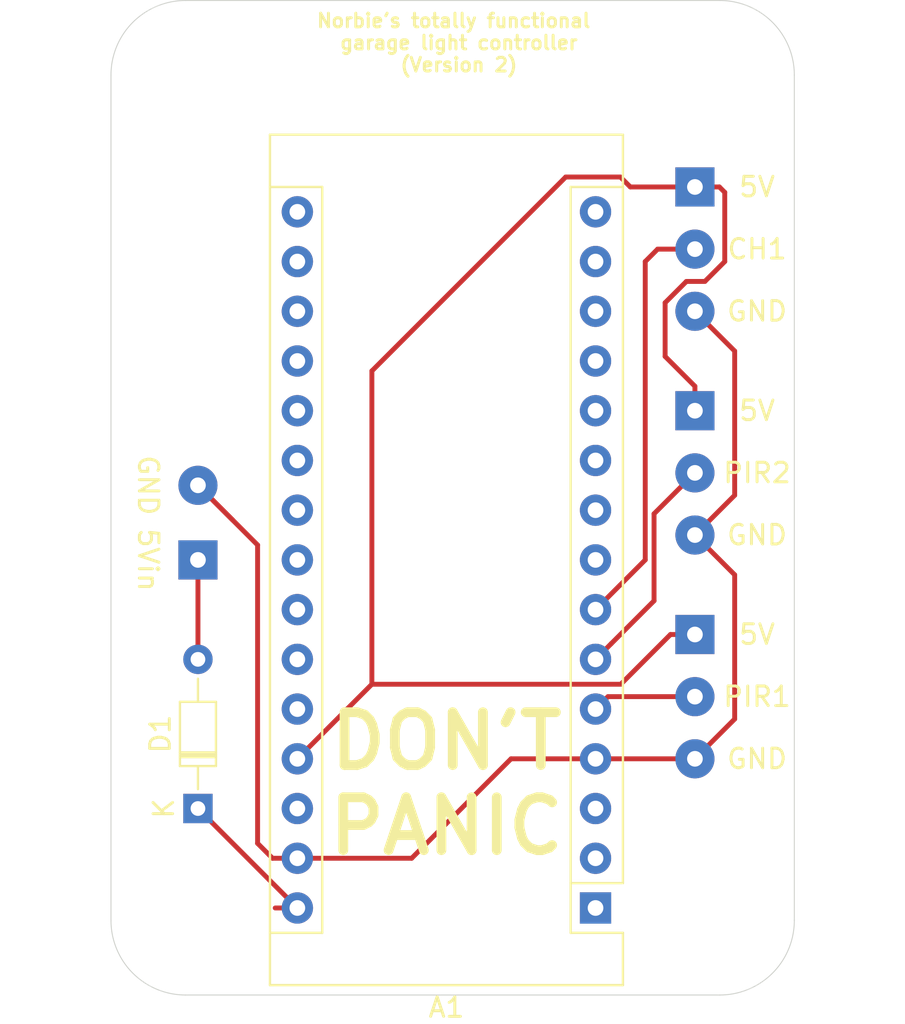
<source format=kicad_pcb>
(kicad_pcb (version 20171130) (host pcbnew "(5.1.2)-2")

  (general
    (thickness 1.6)
    (drawings 21)
    (tracks 46)
    (zones 0)
    (modules 10)
    (nets 8)
  )

  (page A4)
  (layers
    (0 F.Cu signal)
    (31 B.Cu signal)
    (32 B.Adhes user)
    (33 F.Adhes user)
    (34 B.Paste user)
    (35 F.Paste user)
    (36 B.SilkS user)
    (37 F.SilkS user)
    (38 B.Mask user)
    (39 F.Mask user)
    (40 Dwgs.User user)
    (41 Cmts.User user)
    (42 Eco1.User user)
    (43 Eco2.User user)
    (44 Edge.Cuts user)
    (45 Margin user)
    (46 B.CrtYd user)
    (47 F.CrtYd user)
    (48 B.Fab user)
    (49 F.Fab user)
  )

  (setup
    (last_trace_width 0.25)
    (trace_clearance 0.2)
    (zone_clearance 0.508)
    (zone_45_only no)
    (trace_min 0.2)
    (via_size 0.8)
    (via_drill 0.4)
    (via_min_size 0.4)
    (via_min_drill 0.3)
    (uvia_size 0.3)
    (uvia_drill 0.1)
    (uvias_allowed no)
    (uvia_min_size 0.2)
    (uvia_min_drill 0.1)
    (edge_width 0.05)
    (segment_width 0.2)
    (pcb_text_width 0.3)
    (pcb_text_size 1.5 1.5)
    (mod_edge_width 0.12)
    (mod_text_size 1 1)
    (mod_text_width 0.15)
    (pad_size 1.524 1.524)
    (pad_drill 0.762)
    (pad_to_mask_clearance 0.051)
    (solder_mask_min_width 0.25)
    (aux_axis_origin 0 0)
    (visible_elements 7FFFFFFF)
    (pcbplotparams
      (layerselection 0x010f0_ffffffff)
      (usegerberextensions false)
      (usegerberattributes false)
      (usegerberadvancedattributes false)
      (creategerberjobfile false)
      (excludeedgelayer true)
      (linewidth 0.100000)
      (plotframeref false)
      (viasonmask false)
      (mode 1)
      (useauxorigin false)
      (hpglpennumber 1)
      (hpglpenspeed 20)
      (hpglpendiameter 15.000000)
      (psnegative false)
      (psa4output false)
      (plotreference false)
      (plotvalue false)
      (plotinvisibletext false)
      (padsonsilk false)
      (subtractmaskfromsilk false)
      (outputformat 1)
      (mirror false)
      (drillshape 0)
      (scaleselection 1)
      (outputdirectory "gerbers/"))
  )

  (net 0 "")
  (net 1 "Net-(A1-Pad30)")
  (net 2 GND)
  (net 3 +5V)
  (net 4 "Net-(A1-Pad7)")
  (net 5 "Net-(A1-Pad6)")
  (net 6 "Net-(A1-Pad5)")
  (net 7 "Net-(D1-Pad2)")

  (net_class Default "This is the default net class."
    (clearance 0.2)
    (trace_width 0.25)
    (via_dia 0.8)
    (via_drill 0.4)
    (uvia_dia 0.3)
    (uvia_drill 0.1)
    (add_net +5V)
    (add_net GND)
    (add_net "Net-(A1-Pad30)")
    (add_net "Net-(A1-Pad5)")
    (add_net "Net-(A1-Pad6)")
    (add_net "Net-(A1-Pad7)")
    (add_net "Net-(D1-Pad2)")
  )

  (module MountingHole:MountingHole_3.2mm_M3 (layer F.Cu) (tedit 56D1B4CB) (tstamp 5E4FF185)
    (at 123.825 94.615)
    (descr "Mounting Hole 3.2mm, no annular, M3")
    (tags "mounting hole 3.2mm no annular m3")
    (attr virtual)
    (fp_text reference REF** (at 0 -4.2) (layer F.SilkS) hide
      (effects (font (size 1 1) (thickness 0.15)))
    )
    (fp_text value MountingHole_3.2mm_M3 (at 0 4.2) (layer F.Fab)
      (effects (font (size 1 1) (thickness 0.15)))
    )
    (fp_text user %R (at 0.3 0) (layer F.Fab)
      (effects (font (size 1 1) (thickness 0.15)))
    )
    (fp_circle (center 0 0) (end 3.2 0) (layer Cmts.User) (width 0.15))
    (fp_circle (center 0 0) (end 3.45 0) (layer F.CrtYd) (width 0.05))
    (pad 1 np_thru_hole circle (at 0 0) (size 3.2 3.2) (drill 3.2) (layers *.Cu *.Mask))
  )

  (module MountingHole:MountingHole_3.2mm_M3 (layer F.Cu) (tedit 56D1B4CB) (tstamp 5E4FF17E)
    (at 123.825 137.795)
    (descr "Mounting Hole 3.2mm, no annular, M3")
    (tags "mounting hole 3.2mm no annular m3")
    (attr virtual)
    (fp_text reference REF** (at 0 -4.2) (layer F.SilkS) hide
      (effects (font (size 1 1) (thickness 0.15)))
    )
    (fp_text value MountingHole_3.2mm_M3 (at 0 4.2) (layer F.Fab)
      (effects (font (size 1 1) (thickness 0.15)))
    )
    (fp_text user %R (at 0.3 0) (layer F.Fab)
      (effects (font (size 1 1) (thickness 0.15)))
    )
    (fp_circle (center 0 0) (end 3.2 0) (layer Cmts.User) (width 0.15))
    (fp_circle (center 0 0) (end 3.45 0) (layer F.CrtYd) (width 0.05))
    (pad 1 np_thru_hole circle (at 0 0) (size 3.2 3.2) (drill 3.2) (layers *.Cu *.Mask))
  )

  (module MountingHole:MountingHole_3.2mm_M3 (layer F.Cu) (tedit 56D1B4CB) (tstamp 5E4FF0E3)
    (at 151.13 94.615)
    (descr "Mounting Hole 3.2mm, no annular, M3")
    (tags "mounting hole 3.2mm no annular m3")
    (attr virtual)
    (fp_text reference REF** (at 0 -4.2) (layer F.SilkS) hide
      (effects (font (size 1 1) (thickness 0.15)))
    )
    (fp_text value MountingHole_3.2mm_M3 (at 0 4.2) (layer F.Fab)
      (effects (font (size 1 1) (thickness 0.15)))
    )
    (fp_circle (center 0 0) (end 3.45 0) (layer F.CrtYd) (width 0.05))
    (fp_circle (center 0 0) (end 3.2 0) (layer Cmts.User) (width 0.15))
    (fp_text user %R (at 0.3 0) (layer F.Fab)
      (effects (font (size 1 1) (thickness 0.15)))
    )
    (pad 1 np_thru_hole circle (at 0 0) (size 3.2 3.2) (drill 3.2) (layers *.Cu *.Mask))
  )

  (module MountingHole:MountingHole_3.2mm_M3 (layer F.Cu) (tedit 56D1B4CB) (tstamp 5E4FF0BF)
    (at 151.13 137.795)
    (descr "Mounting Hole 3.2mm, no annular, M3")
    (tags "mounting hole 3.2mm no annular m3")
    (attr virtual)
    (fp_text reference REF** (at 0 -4.2) (layer F.SilkS) hide
      (effects (font (size 1 1) (thickness 0.15)))
    )
    (fp_text value MountingHole_3.2mm_M3 (at 0 4.2) (layer F.Fab)
      (effects (font (size 1 1) (thickness 0.15)))
    )
    (fp_circle (center 0 0) (end 3.45 0) (layer F.CrtYd) (width 0.05))
    (fp_circle (center 0 0) (end 3.2 0) (layer Cmts.User) (width 0.15))
    (fp_text user %R (at 0.3 0) (layer F.Fab)
      (effects (font (size 1 1) (thickness 0.15)))
    )
    (pad 1 np_thru_hole circle (at 0 0) (size 3.2 3.2) (drill 3.2) (layers *.Cu *.Mask))
  )

  (module Connector_Wire:SolderWirePad_1x03_P3.175mm_Drill0.8mm (layer F.Cu) (tedit 5AEE57A0) (tstamp 5E4FE80D)
    (at 149.86 100.33 270)
    (descr "Wire solder connection")
    (tags connector)
    (path /5E4FA931)
    (attr virtual)
    (fp_text reference J4 (at 7.62 2.54 90) (layer F.SilkS) hide
      (effects (font (size 1 1) (thickness 0.15)))
    )
    (fp_text value SSR (at 3.175 2.54 90) (layer F.Fab)
      (effects (font (size 1 1) (thickness 0.15)))
    )
    (fp_line (start 7.85 1.5) (end -1.49 1.5) (layer F.CrtYd) (width 0.05))
    (fp_line (start 7.85 1.5) (end 7.85 -1.5) (layer F.CrtYd) (width 0.05))
    (fp_line (start -1.49 -1.5) (end -1.49 1.5) (layer F.CrtYd) (width 0.05))
    (fp_line (start -1.49 -1.5) (end 7.85 -1.5) (layer F.CrtYd) (width 0.05))
    (fp_text user %R (at 3.175 0 90) (layer F.Fab)
      (effects (font (size 1 1) (thickness 0.15)))
    )
    (pad 3 thru_hole circle (at 6.35 0 270) (size 1.99898 1.99898) (drill 0.8001) (layers *.Cu *.Mask)
      (net 2 GND))
    (pad 2 thru_hole circle (at 3.175 0 270) (size 1.99898 1.99898) (drill 0.8001) (layers *.Cu *.Mask)
      (net 4 "Net-(A1-Pad7)"))
    (pad 1 thru_hole rect (at 0 0 270) (size 1.99898 1.99898) (drill 0.8001) (layers *.Cu *.Mask)
      (net 3 +5V))
  )

  (module Connector_Wire:SolderWirePad_1x03_P3.175mm_Drill0.8mm (layer F.Cu) (tedit 5AEE57A0) (tstamp 5E4FE801)
    (at 149.86 111.76 270)
    (descr "Wire solder connection")
    (tags connector)
    (path /5E4FA684)
    (attr virtual)
    (fp_text reference J3 (at 6.985 2.54 90) (layer F.SilkS) hide
      (effects (font (size 1 1) (thickness 0.15)))
    )
    (fp_text value PIR2 (at 3.175 2.54 90) (layer F.Fab)
      (effects (font (size 1 1) (thickness 0.15)))
    )
    (fp_line (start 7.85 1.5) (end -1.49 1.5) (layer F.CrtYd) (width 0.05))
    (fp_line (start 7.85 1.5) (end 7.85 -1.5) (layer F.CrtYd) (width 0.05))
    (fp_line (start -1.49 -1.5) (end -1.49 1.5) (layer F.CrtYd) (width 0.05))
    (fp_line (start -1.49 -1.5) (end 7.85 -1.5) (layer F.CrtYd) (width 0.05))
    (fp_text user %R (at 3.175 0 90) (layer F.Fab)
      (effects (font (size 1 1) (thickness 0.15)))
    )
    (pad 3 thru_hole circle (at 6.35 0 270) (size 1.99898 1.99898) (drill 0.8001) (layers *.Cu *.Mask)
      (net 2 GND))
    (pad 2 thru_hole circle (at 3.175 0 270) (size 1.99898 1.99898) (drill 0.8001) (layers *.Cu *.Mask)
      (net 5 "Net-(A1-Pad6)"))
    (pad 1 thru_hole rect (at 0 0 270) (size 1.99898 1.99898) (drill 0.8001) (layers *.Cu *.Mask)
      (net 3 +5V))
  )

  (module Connector_Wire:SolderWirePad_1x03_P3.175mm_Drill0.8mm (layer F.Cu) (tedit 5AEE57A0) (tstamp 5E4FE7F5)
    (at 149.86 123.19 270)
    (descr "Wire solder connection")
    (tags connector)
    (path /5E4F9E57)
    (attr virtual)
    (fp_text reference J2 (at 7.62 2.54 90) (layer F.SilkS) hide
      (effects (font (size 1 1) (thickness 0.15)))
    )
    (fp_text value PIR1 (at 3.175 2.54 90) (layer F.Fab)
      (effects (font (size 1 1) (thickness 0.15)))
    )
    (fp_line (start 7.85 1.5) (end -1.49 1.5) (layer F.CrtYd) (width 0.05))
    (fp_line (start 7.85 1.5) (end 7.85 -1.5) (layer F.CrtYd) (width 0.05))
    (fp_line (start -1.49 -1.5) (end -1.49 1.5) (layer F.CrtYd) (width 0.05))
    (fp_line (start -1.49 -1.5) (end 7.85 -1.5) (layer F.CrtYd) (width 0.05))
    (fp_text user %R (at 3.175 0 90) (layer F.Fab)
      (effects (font (size 1 1) (thickness 0.15)))
    )
    (pad 3 thru_hole circle (at 6.35 0 270) (size 1.99898 1.99898) (drill 0.8001) (layers *.Cu *.Mask)
      (net 2 GND))
    (pad 2 thru_hole circle (at 3.175 0 270) (size 1.99898 1.99898) (drill 0.8001) (layers *.Cu *.Mask)
      (net 6 "Net-(A1-Pad5)"))
    (pad 1 thru_hole rect (at 0 0 270) (size 1.99898 1.99898) (drill 0.8001) (layers *.Cu *.Mask)
      (net 3 +5V))
  )

  (module Connector_Wire:SolderWirePad_1x02_P3.81mm_Drill0.8mm (layer F.Cu) (tedit 5AEE54BF) (tstamp 5E4FE7E9)
    (at 124.46 119.38 90)
    (descr "Wire solder connection")
    (tags connector)
    (path /5E50A073)
    (attr virtual)
    (fp_text reference J1 (at 6.985 0.635 90) (layer F.SilkS) hide
      (effects (font (size 1 1) (thickness 0.15)))
    )
    (fp_text value Screw_Terminal_01x02 (at 1.905 2.54 90) (layer F.Fab)
      (effects (font (size 1 1) (thickness 0.15)))
    )
    (fp_line (start 5.31 1.5) (end -1.49 1.5) (layer F.CrtYd) (width 0.05))
    (fp_line (start 5.31 1.5) (end 5.31 -1.5) (layer F.CrtYd) (width 0.05))
    (fp_line (start -1.49 -1.5) (end -1.49 1.5) (layer F.CrtYd) (width 0.05))
    (fp_line (start -1.49 -1.5) (end 5.31 -1.5) (layer F.CrtYd) (width 0.05))
    (fp_text user %R (at 1.905 0 90) (layer F.Fab)
      (effects (font (size 1 1) (thickness 0.15)))
    )
    (pad 2 thru_hole circle (at 3.81 0 90) (size 1.99898 1.99898) (drill 0.8001) (layers *.Cu *.Mask)
      (net 2 GND))
    (pad 1 thru_hole rect (at 0 0 90) (size 1.99898 1.99898) (drill 0.8001) (layers *.Cu *.Mask)
      (net 7 "Net-(D1-Pad2)"))
  )

  (module Diode_THT:D_DO-34_SOD68_P7.62mm_Horizontal (layer F.Cu) (tedit 5AE50CD5) (tstamp 5E4FF1DD)
    (at 124.46 132.08 90)
    (descr "Diode, DO-34_SOD68 series, Axial, Horizontal, pin pitch=7.62mm, , length*diameter=3.04*1.6mm^2, , https://www.nxp.com/docs/en/data-sheet/KTY83_SER.pdf")
    (tags "Diode DO-34_SOD68 series Axial Horizontal pin pitch 7.62mm  length 3.04mm diameter 1.6mm")
    (path /5E50B0DF)
    (fp_text reference D1 (at 3.81 -1.92 90) (layer F.SilkS)
      (effects (font (size 1 1) (thickness 0.15)))
    )
    (fp_text value D (at 3.81 1.92 90) (layer F.Fab)
      (effects (font (size 1 1) (thickness 0.15)))
    )
    (fp_text user K (at 0 -1.75 90) (layer F.SilkS)
      (effects (font (size 1 1) (thickness 0.15)))
    )
    (fp_text user K (at 0 -1.75 90) (layer F.Fab)
      (effects (font (size 1 1) (thickness 0.15)))
    )
    (fp_text user %R (at 4.038 0 90) (layer F.Fab)
      (effects (font (size 0.608 0.608) (thickness 0.0912)))
    )
    (fp_line (start 8.63 -1.05) (end -1 -1.05) (layer F.CrtYd) (width 0.05))
    (fp_line (start 8.63 1.05) (end 8.63 -1.05) (layer F.CrtYd) (width 0.05))
    (fp_line (start -1 1.05) (end 8.63 1.05) (layer F.CrtYd) (width 0.05))
    (fp_line (start -1 -1.05) (end -1 1.05) (layer F.CrtYd) (width 0.05))
    (fp_line (start 2.626 -0.92) (end 2.626 0.92) (layer F.SilkS) (width 0.12))
    (fp_line (start 2.866 -0.92) (end 2.866 0.92) (layer F.SilkS) (width 0.12))
    (fp_line (start 2.746 -0.92) (end 2.746 0.92) (layer F.SilkS) (width 0.12))
    (fp_line (start 6.63 0) (end 5.45 0) (layer F.SilkS) (width 0.12))
    (fp_line (start 0.99 0) (end 2.17 0) (layer F.SilkS) (width 0.12))
    (fp_line (start 5.45 -0.92) (end 2.17 -0.92) (layer F.SilkS) (width 0.12))
    (fp_line (start 5.45 0.92) (end 5.45 -0.92) (layer F.SilkS) (width 0.12))
    (fp_line (start 2.17 0.92) (end 5.45 0.92) (layer F.SilkS) (width 0.12))
    (fp_line (start 2.17 -0.92) (end 2.17 0.92) (layer F.SilkS) (width 0.12))
    (fp_line (start 2.646 -0.8) (end 2.646 0.8) (layer F.Fab) (width 0.1))
    (fp_line (start 2.846 -0.8) (end 2.846 0.8) (layer F.Fab) (width 0.1))
    (fp_line (start 2.746 -0.8) (end 2.746 0.8) (layer F.Fab) (width 0.1))
    (fp_line (start 7.62 0) (end 5.33 0) (layer F.Fab) (width 0.1))
    (fp_line (start 0 0) (end 2.29 0) (layer F.Fab) (width 0.1))
    (fp_line (start 5.33 -0.8) (end 2.29 -0.8) (layer F.Fab) (width 0.1))
    (fp_line (start 5.33 0.8) (end 5.33 -0.8) (layer F.Fab) (width 0.1))
    (fp_line (start 2.29 0.8) (end 5.33 0.8) (layer F.Fab) (width 0.1))
    (fp_line (start 2.29 -0.8) (end 2.29 0.8) (layer F.Fab) (width 0.1))
    (pad 2 thru_hole oval (at 7.62 0 90) (size 1.5 1.5) (drill 0.75) (layers *.Cu *.Mask)
      (net 7 "Net-(D1-Pad2)"))
    (pad 1 thru_hole rect (at 0 0 90) (size 1.5 1.5) (drill 0.75) (layers *.Cu *.Mask)
      (net 1 "Net-(A1-Pad30)"))
    (model ${KISYS3DMOD}/Diode_THT.3dshapes/D_DO-34_SOD68_P7.62mm_Horizontal.wrl
      (at (xyz 0 0 0))
      (scale (xyz 1 1 1))
      (rotate (xyz 0 0 0))
    )
  )

  (module Module:Arduino_Nano (layer F.Cu) (tedit 58ACAF70) (tstamp 5E4FE7BF)
    (at 144.78 137.16 180)
    (descr "Arduino Nano, http://www.mouser.com/pdfdocs/Gravitech_Arduino_Nano3_0.pdf")
    (tags "Arduino Nano")
    (path /5E4F948C)
    (fp_text reference A1 (at 7.62 -5.08) (layer F.SilkS)
      (effects (font (size 1 1) (thickness 0.15)))
    )
    (fp_text value Arduino_Nano_v3.x (at 8.89 19.05 90) (layer F.Fab)
      (effects (font (size 1 1) (thickness 0.15)))
    )
    (fp_line (start 16.75 42.16) (end -1.53 42.16) (layer F.CrtYd) (width 0.05))
    (fp_line (start 16.75 42.16) (end 16.75 -4.06) (layer F.CrtYd) (width 0.05))
    (fp_line (start -1.53 -4.06) (end -1.53 42.16) (layer F.CrtYd) (width 0.05))
    (fp_line (start -1.53 -4.06) (end 16.75 -4.06) (layer F.CrtYd) (width 0.05))
    (fp_line (start 16.51 -3.81) (end 16.51 39.37) (layer F.Fab) (width 0.1))
    (fp_line (start 0 -3.81) (end 16.51 -3.81) (layer F.Fab) (width 0.1))
    (fp_line (start -1.27 -2.54) (end 0 -3.81) (layer F.Fab) (width 0.1))
    (fp_line (start -1.27 39.37) (end -1.27 -2.54) (layer F.Fab) (width 0.1))
    (fp_line (start 16.51 39.37) (end -1.27 39.37) (layer F.Fab) (width 0.1))
    (fp_line (start 16.64 -3.94) (end -1.4 -3.94) (layer F.SilkS) (width 0.12))
    (fp_line (start 16.64 39.5) (end 16.64 -3.94) (layer F.SilkS) (width 0.12))
    (fp_line (start -1.4 39.5) (end 16.64 39.5) (layer F.SilkS) (width 0.12))
    (fp_line (start 3.81 41.91) (end 3.81 31.75) (layer F.Fab) (width 0.1))
    (fp_line (start 11.43 41.91) (end 3.81 41.91) (layer F.Fab) (width 0.1))
    (fp_line (start 11.43 31.75) (end 11.43 41.91) (layer F.Fab) (width 0.1))
    (fp_line (start 3.81 31.75) (end 11.43 31.75) (layer F.Fab) (width 0.1))
    (fp_line (start 1.27 36.83) (end -1.4 36.83) (layer F.SilkS) (width 0.12))
    (fp_line (start 1.27 1.27) (end 1.27 36.83) (layer F.SilkS) (width 0.12))
    (fp_line (start 1.27 1.27) (end -1.4 1.27) (layer F.SilkS) (width 0.12))
    (fp_line (start 13.97 36.83) (end 16.64 36.83) (layer F.SilkS) (width 0.12))
    (fp_line (start 13.97 -1.27) (end 13.97 36.83) (layer F.SilkS) (width 0.12))
    (fp_line (start 13.97 -1.27) (end 16.64 -1.27) (layer F.SilkS) (width 0.12))
    (fp_line (start -1.4 -3.94) (end -1.4 -1.27) (layer F.SilkS) (width 0.12))
    (fp_line (start -1.4 1.27) (end -1.4 39.5) (layer F.SilkS) (width 0.12))
    (fp_line (start 1.27 -1.27) (end -1.4 -1.27) (layer F.SilkS) (width 0.12))
    (fp_line (start 1.27 1.27) (end 1.27 -1.27) (layer F.SilkS) (width 0.12))
    (fp_text user %R (at 6.35 19.05 90) (layer F.Fab)
      (effects (font (size 1 1) (thickness 0.15)))
    )
    (pad 16 thru_hole oval (at 15.24 35.56 180) (size 1.6 1.6) (drill 0.8) (layers *.Cu *.Mask))
    (pad 15 thru_hole oval (at 0 35.56 180) (size 1.6 1.6) (drill 0.8) (layers *.Cu *.Mask))
    (pad 30 thru_hole oval (at 15.24 0 180) (size 1.6 1.6) (drill 0.8) (layers *.Cu *.Mask)
      (net 1 "Net-(A1-Pad30)"))
    (pad 14 thru_hole oval (at 0 33.02 180) (size 1.6 1.6) (drill 0.8) (layers *.Cu *.Mask))
    (pad 29 thru_hole oval (at 15.24 2.54 180) (size 1.6 1.6) (drill 0.8) (layers *.Cu *.Mask)
      (net 2 GND))
    (pad 13 thru_hole oval (at 0 30.48 180) (size 1.6 1.6) (drill 0.8) (layers *.Cu *.Mask))
    (pad 28 thru_hole oval (at 15.24 5.08 180) (size 1.6 1.6) (drill 0.8) (layers *.Cu *.Mask))
    (pad 12 thru_hole oval (at 0 27.94 180) (size 1.6 1.6) (drill 0.8) (layers *.Cu *.Mask))
    (pad 27 thru_hole oval (at 15.24 7.62 180) (size 1.6 1.6) (drill 0.8) (layers *.Cu *.Mask)
      (net 3 +5V))
    (pad 11 thru_hole oval (at 0 25.4 180) (size 1.6 1.6) (drill 0.8) (layers *.Cu *.Mask))
    (pad 26 thru_hole oval (at 15.24 10.16 180) (size 1.6 1.6) (drill 0.8) (layers *.Cu *.Mask))
    (pad 10 thru_hole oval (at 0 22.86 180) (size 1.6 1.6) (drill 0.8) (layers *.Cu *.Mask))
    (pad 25 thru_hole oval (at 15.24 12.7 180) (size 1.6 1.6) (drill 0.8) (layers *.Cu *.Mask))
    (pad 9 thru_hole oval (at 0 20.32 180) (size 1.6 1.6) (drill 0.8) (layers *.Cu *.Mask))
    (pad 24 thru_hole oval (at 15.24 15.24 180) (size 1.6 1.6) (drill 0.8) (layers *.Cu *.Mask))
    (pad 8 thru_hole oval (at 0 17.78 180) (size 1.6 1.6) (drill 0.8) (layers *.Cu *.Mask))
    (pad 23 thru_hole oval (at 15.24 17.78 180) (size 1.6 1.6) (drill 0.8) (layers *.Cu *.Mask))
    (pad 7 thru_hole oval (at 0 15.24 180) (size 1.6 1.6) (drill 0.8) (layers *.Cu *.Mask)
      (net 4 "Net-(A1-Pad7)"))
    (pad 22 thru_hole oval (at 15.24 20.32 180) (size 1.6 1.6) (drill 0.8) (layers *.Cu *.Mask))
    (pad 6 thru_hole oval (at 0 12.7 180) (size 1.6 1.6) (drill 0.8) (layers *.Cu *.Mask)
      (net 5 "Net-(A1-Pad6)"))
    (pad 21 thru_hole oval (at 15.24 22.86 180) (size 1.6 1.6) (drill 0.8) (layers *.Cu *.Mask))
    (pad 5 thru_hole oval (at 0 10.16 180) (size 1.6 1.6) (drill 0.8) (layers *.Cu *.Mask)
      (net 6 "Net-(A1-Pad5)"))
    (pad 20 thru_hole oval (at 15.24 25.4 180) (size 1.6 1.6) (drill 0.8) (layers *.Cu *.Mask))
    (pad 4 thru_hole oval (at 0 7.62 180) (size 1.6 1.6) (drill 0.8) (layers *.Cu *.Mask)
      (net 2 GND))
    (pad 19 thru_hole oval (at 15.24 27.94 180) (size 1.6 1.6) (drill 0.8) (layers *.Cu *.Mask))
    (pad 3 thru_hole oval (at 0 5.08 180) (size 1.6 1.6) (drill 0.8) (layers *.Cu *.Mask))
    (pad 18 thru_hole oval (at 15.24 30.48 180) (size 1.6 1.6) (drill 0.8) (layers *.Cu *.Mask))
    (pad 2 thru_hole oval (at 0 2.54 180) (size 1.6 1.6) (drill 0.8) (layers *.Cu *.Mask))
    (pad 17 thru_hole oval (at 15.24 33.02 180) (size 1.6 1.6) (drill 0.8) (layers *.Cu *.Mask))
    (pad 1 thru_hole rect (at 0 0 180) (size 1.6 1.6) (drill 0.8) (layers *.Cu *.Mask))
    (model ${KISYS3DMOD}/Module.3dshapes/Arduino_Nano_WithMountingHoles.wrl
      (at (xyz 0 0 0))
      (scale (xyz 1 1 1))
      (rotate (xyz 0 0 0))
    )
  )

  (gr_text "Norbie's totally functional \ngarage light controller\n(Version 2)" (at 137.795 92.964) (layer F.SilkS) (tstamp 5E4FF7FA)
    (effects (font (size 0.7 0.7) (thickness 0.15)))
  )
  (gr_text GND (at 121.92 115.57 270) (layer F.SilkS)
    (effects (font (size 1 1) (thickness 0.15)))
  )
  (gr_text 5Vin (at 121.92 119.38 270) (layer F.SilkS)
    (effects (font (size 1 1) (thickness 0.15)))
  )
  (gr_text "DON'T\nPANIC" (at 137.16 130.81) (layer F.SilkS)
    (effects (font (size 2.7 2.7) (thickness 0.5)))
  )
  (gr_text 5V (at 153.035 100.33) (layer F.SilkS) (tstamp 5E4FF2F2)
    (effects (font (size 1 1) (thickness 0.15)))
  )
  (gr_text GND (at 153.035 106.68) (layer F.SilkS) (tstamp 5E4FF2F1)
    (effects (font (size 1 1) (thickness 0.15)))
  )
  (gr_text CH1 (at 153.035 103.505) (layer F.SilkS) (tstamp 5E4FF2F0)
    (effects (font (size 1 1) (thickness 0.15)))
  )
  (gr_text 5V (at 153.035 111.76) (layer F.SilkS) (tstamp 5E4FF2F2)
    (effects (font (size 1 1) (thickness 0.15)))
  )
  (gr_text GND (at 153.035 118.11) (layer F.SilkS) (tstamp 5E4FF2F1)
    (effects (font (size 1 1) (thickness 0.15)))
  )
  (gr_text PIR2 (at 153.035 114.935) (layer F.SilkS) (tstamp 5E4FF2F0)
    (effects (font (size 1 1) (thickness 0.15)))
  )
  (gr_text PIR1 (at 153.035 126.365) (layer F.SilkS)
    (effects (font (size 1 1) (thickness 0.15)))
  )
  (gr_text GND (at 153.035 129.54) (layer F.SilkS)
    (effects (font (size 1 1) (thickness 0.15)))
  )
  (gr_text 5V (at 153.035 123.19) (layer F.SilkS)
    (effects (font (size 1 1) (thickness 0.15)))
  )
  (gr_line (start 123.825 90.805) (end 151.13 90.805) (layer Edge.Cuts) (width 0.05) (tstamp 5E4FF24D))
  (gr_line (start 120.015 137.795) (end 120.015 94.615) (layer Edge.Cuts) (width 0.05) (tstamp 5E4FF24C))
  (gr_line (start 151.13 141.605) (end 123.825 141.605) (layer Edge.Cuts) (width 0.05) (tstamp 5E4FF24B))
  (gr_line (start 154.94 94.615) (end 154.94 137.795) (layer Edge.Cuts) (width 0.05) (tstamp 5E4FF24A))
  (gr_arc (start 151.13 94.615) (end 154.94 94.615) (angle -90) (layer Edge.Cuts) (width 0.05))
  (gr_arc (start 123.825 94.615) (end 123.825 90.805) (angle -90) (layer Edge.Cuts) (width 0.05))
  (gr_arc (start 123.825 137.795) (end 120.015 137.795) (angle -90) (layer Edge.Cuts) (width 0.05))
  (gr_arc (start 151.13 137.795) (end 151.13 141.605) (angle -90) (layer Edge.Cuts) (width 0.05))

  (segment (start 129.54 137.16) (end 128.40863 137.16) (width 0.25) (layer F.Cu) (net 1))
  (segment (start 124.46 132.08) (end 129.54 137.16) (width 0.25) (layer F.Cu) (net 1))
  (segment (start 144.78 129.54) (end 149.86 129.54) (width 0.25) (layer F.Cu) (net 2))
  (segment (start 151.892 120.142) (end 149.86 118.11) (width 0.25) (layer F.Cu) (net 2))
  (segment (start 149.86 129.54) (end 151.892 127.508) (width 0.25) (layer F.Cu) (net 2))
  (segment (start 151.892 127.508) (end 151.892 120.142) (width 0.25) (layer F.Cu) (net 2))
  (segment (start 151.892 108.712) (end 149.86 106.68) (width 0.25) (layer F.Cu) (net 2))
  (segment (start 149.86 118.11) (end 151.892 116.078) (width 0.25) (layer F.Cu) (net 2))
  (segment (start 151.892 116.078) (end 151.892 108.712) (width 0.25) (layer F.Cu) (net 2))
  (segment (start 128.27 134.62) (end 129.54 134.62) (width 0.25) (layer F.Cu) (net 2))
  (segment (start 127.508 133.858) (end 128.27 134.62) (width 0.25) (layer F.Cu) (net 2))
  (segment (start 124.46 115.57) (end 126.238 117.348) (width 0.25) (layer F.Cu) (net 2))
  (segment (start 129.54 134.62) (end 135.382 134.62) (width 0.25) (layer F.Cu) (net 2))
  (segment (start 140.462 129.54) (end 144.78 129.54) (width 0.25) (layer F.Cu) (net 2))
  (segment (start 135.382 134.62) (end 140.462 129.54) (width 0.25) (layer F.Cu) (net 2))
  (segment (start 127.508 118.618) (end 124.46 115.57) (width 0.25) (layer F.Cu) (net 2))
  (segment (start 127.508 133.858) (end 127.508 118.618) (width 0.25) (layer F.Cu) (net 2))
  (segment (start 151.10949 100.33) (end 149.86 100.33) (width 0.25) (layer F.Cu) (net 3))
  (segment (start 151.384 100.60451) (end 151.10949 100.33) (width 0.25) (layer F.Cu) (net 3))
  (segment (start 151.384 104.14) (end 151.384 100.60451) (width 0.25) (layer F.Cu) (net 3))
  (segment (start 149.86 111.76) (end 149.86 110.51051) (width 0.25) (layer F.Cu) (net 3))
  (segment (start 148.336 108.98651) (end 148.336 106.243752) (width 0.25) (layer F.Cu) (net 3))
  (segment (start 149.86 110.51051) (end 148.336 108.98651) (width 0.25) (layer F.Cu) (net 3))
  (segment (start 148.336 106.243752) (end 149.423752 105.156) (width 0.25) (layer F.Cu) (net 3))
  (segment (start 149.423752 105.156) (end 150.368 105.156) (width 0.25) (layer F.Cu) (net 3))
  (segment (start 150.368 105.156) (end 151.384 104.14) (width 0.25) (layer F.Cu) (net 3))
  (segment (start 133.35 125.73) (end 129.54 129.54) (width 0.25) (layer F.Cu) (net 3))
  (segment (start 146.07051 125.73) (end 133.35 125.73) (width 0.25) (layer F.Cu) (net 3))
  (segment (start 149.86 123.19) (end 148.61051 123.19) (width 0.25) (layer F.Cu) (net 3))
  (segment (start 148.61051 123.19) (end 146.07051 125.73) (width 0.25) (layer F.Cu) (net 3))
  (segment (start 149.86 100.33) (end 146.558 100.33) (width 0.25) (layer F.Cu) (net 3))
  (segment (start 146.558 100.33) (end 146.05 99.822) (width 0.25) (layer F.Cu) (net 3))
  (segment (start 146.05 99.822) (end 143.256 99.822) (width 0.25) (layer F.Cu) (net 3))
  (segment (start 133.35 109.728) (end 133.35 125.73) (width 0.25) (layer F.Cu) (net 3))
  (segment (start 143.256 99.822) (end 133.35 109.728) (width 0.25) (layer F.Cu) (net 3))
  (segment (start 147.955 103.505) (end 149.86 103.505) (width 0.25) (layer F.Cu) (net 4))
  (segment (start 147.32 104.14) (end 147.955 103.505) (width 0.25) (layer F.Cu) (net 4))
  (segment (start 144.78 121.92) (end 147.32 119.38) (width 0.25) (layer F.Cu) (net 4))
  (segment (start 147.32 119.38) (end 147.32 104.14) (width 0.25) (layer F.Cu) (net 4))
  (segment (start 149.86 114.935) (end 147.770009 117.024991) (width 0.25) (layer F.Cu) (net 5))
  (segment (start 147.770009 117.024991) (end 147.770009 121.469991) (width 0.25) (layer F.Cu) (net 5))
  (segment (start 145.579999 123.660001) (end 144.78 124.46) (width 0.25) (layer F.Cu) (net 5))
  (segment (start 147.770009 121.469991) (end 145.579999 123.660001) (width 0.25) (layer F.Cu) (net 5))
  (segment (start 145.415 126.365) (end 144.78 127) (width 0.25) (layer F.Cu) (net 6))
  (segment (start 149.86 126.365) (end 145.415 126.365) (width 0.25) (layer F.Cu) (net 6))
  (segment (start 124.46 124.46) (end 124.46 119.38) (width 0.25) (layer F.Cu) (net 7) (tstamp 5E4FF21A))

)

</source>
